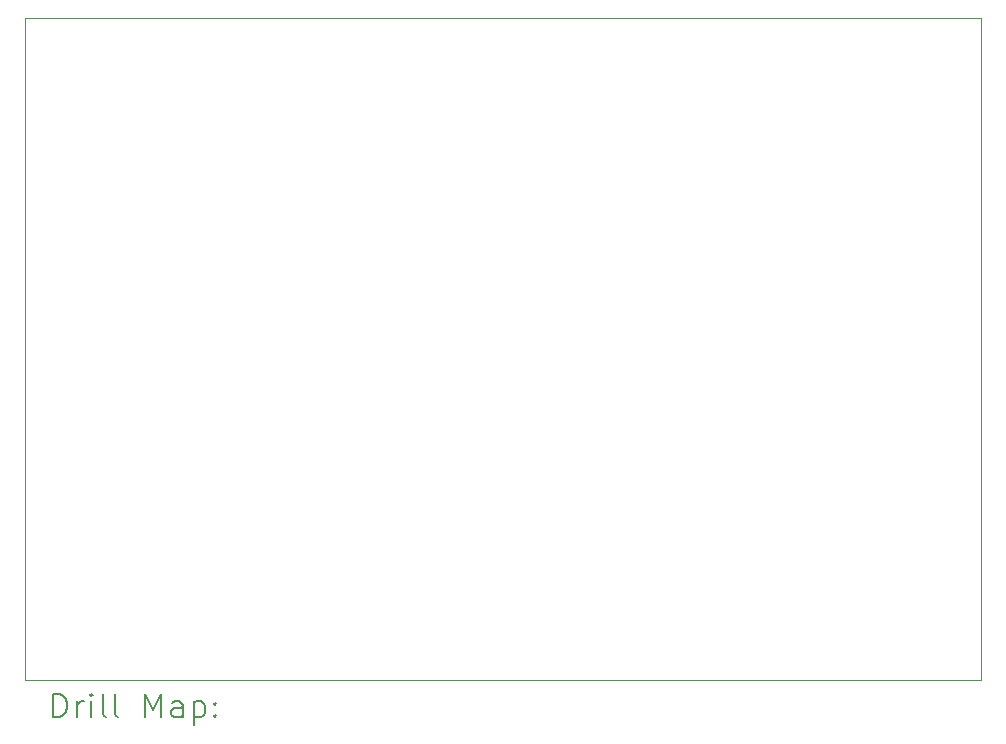
<source format=gbr>
%TF.GenerationSoftware,KiCad,Pcbnew,7.0.1*%
%TF.CreationDate,2023-12-04T13:49:38-08:00*%
%TF.ProjectId,GReX_Power,47526558-5f50-46f7-9765-722e6b696361,2*%
%TF.SameCoordinates,Original*%
%TF.FileFunction,Drillmap*%
%TF.FilePolarity,Positive*%
%FSLAX45Y45*%
G04 Gerber Fmt 4.5, Leading zero omitted, Abs format (unit mm)*
G04 Created by KiCad (PCBNEW 7.0.1) date 2023-12-04 13:49:38*
%MOMM*%
%LPD*%
G01*
G04 APERTURE LIST*
%ADD10C,0.100000*%
%ADD11C,0.200000*%
G04 APERTURE END LIST*
D10*
X12710000Y-7075000D02*
X20810000Y-7075000D01*
X20810000Y-12675000D01*
X12710000Y-12675000D01*
X12710000Y-7075000D01*
D11*
X12952619Y-12992524D02*
X12952619Y-12792524D01*
X12952619Y-12792524D02*
X13000238Y-12792524D01*
X13000238Y-12792524D02*
X13028809Y-12802048D01*
X13028809Y-12802048D02*
X13047857Y-12821095D01*
X13047857Y-12821095D02*
X13057381Y-12840143D01*
X13057381Y-12840143D02*
X13066905Y-12878238D01*
X13066905Y-12878238D02*
X13066905Y-12906809D01*
X13066905Y-12906809D02*
X13057381Y-12944905D01*
X13057381Y-12944905D02*
X13047857Y-12963952D01*
X13047857Y-12963952D02*
X13028809Y-12983000D01*
X13028809Y-12983000D02*
X13000238Y-12992524D01*
X13000238Y-12992524D02*
X12952619Y-12992524D01*
X13152619Y-12992524D02*
X13152619Y-12859190D01*
X13152619Y-12897286D02*
X13162143Y-12878238D01*
X13162143Y-12878238D02*
X13171667Y-12868714D01*
X13171667Y-12868714D02*
X13190714Y-12859190D01*
X13190714Y-12859190D02*
X13209762Y-12859190D01*
X13276428Y-12992524D02*
X13276428Y-12859190D01*
X13276428Y-12792524D02*
X13266905Y-12802048D01*
X13266905Y-12802048D02*
X13276428Y-12811571D01*
X13276428Y-12811571D02*
X13285952Y-12802048D01*
X13285952Y-12802048D02*
X13276428Y-12792524D01*
X13276428Y-12792524D02*
X13276428Y-12811571D01*
X13400238Y-12992524D02*
X13381190Y-12983000D01*
X13381190Y-12983000D02*
X13371667Y-12963952D01*
X13371667Y-12963952D02*
X13371667Y-12792524D01*
X13505000Y-12992524D02*
X13485952Y-12983000D01*
X13485952Y-12983000D02*
X13476428Y-12963952D01*
X13476428Y-12963952D02*
X13476428Y-12792524D01*
X13733571Y-12992524D02*
X13733571Y-12792524D01*
X13733571Y-12792524D02*
X13800238Y-12935381D01*
X13800238Y-12935381D02*
X13866905Y-12792524D01*
X13866905Y-12792524D02*
X13866905Y-12992524D01*
X14047857Y-12992524D02*
X14047857Y-12887762D01*
X14047857Y-12887762D02*
X14038333Y-12868714D01*
X14038333Y-12868714D02*
X14019286Y-12859190D01*
X14019286Y-12859190D02*
X13981190Y-12859190D01*
X13981190Y-12859190D02*
X13962143Y-12868714D01*
X14047857Y-12983000D02*
X14028809Y-12992524D01*
X14028809Y-12992524D02*
X13981190Y-12992524D01*
X13981190Y-12992524D02*
X13962143Y-12983000D01*
X13962143Y-12983000D02*
X13952619Y-12963952D01*
X13952619Y-12963952D02*
X13952619Y-12944905D01*
X13952619Y-12944905D02*
X13962143Y-12925857D01*
X13962143Y-12925857D02*
X13981190Y-12916333D01*
X13981190Y-12916333D02*
X14028809Y-12916333D01*
X14028809Y-12916333D02*
X14047857Y-12906809D01*
X14143095Y-12859190D02*
X14143095Y-13059190D01*
X14143095Y-12868714D02*
X14162143Y-12859190D01*
X14162143Y-12859190D02*
X14200238Y-12859190D01*
X14200238Y-12859190D02*
X14219286Y-12868714D01*
X14219286Y-12868714D02*
X14228809Y-12878238D01*
X14228809Y-12878238D02*
X14238333Y-12897286D01*
X14238333Y-12897286D02*
X14238333Y-12954428D01*
X14238333Y-12954428D02*
X14228809Y-12973476D01*
X14228809Y-12973476D02*
X14219286Y-12983000D01*
X14219286Y-12983000D02*
X14200238Y-12992524D01*
X14200238Y-12992524D02*
X14162143Y-12992524D01*
X14162143Y-12992524D02*
X14143095Y-12983000D01*
X14324048Y-12973476D02*
X14333571Y-12983000D01*
X14333571Y-12983000D02*
X14324048Y-12992524D01*
X14324048Y-12992524D02*
X14314524Y-12983000D01*
X14314524Y-12983000D02*
X14324048Y-12973476D01*
X14324048Y-12973476D02*
X14324048Y-12992524D01*
X14324048Y-12868714D02*
X14333571Y-12878238D01*
X14333571Y-12878238D02*
X14324048Y-12887762D01*
X14324048Y-12887762D02*
X14314524Y-12878238D01*
X14314524Y-12878238D02*
X14324048Y-12868714D01*
X14324048Y-12868714D02*
X14324048Y-12887762D01*
M02*

</source>
